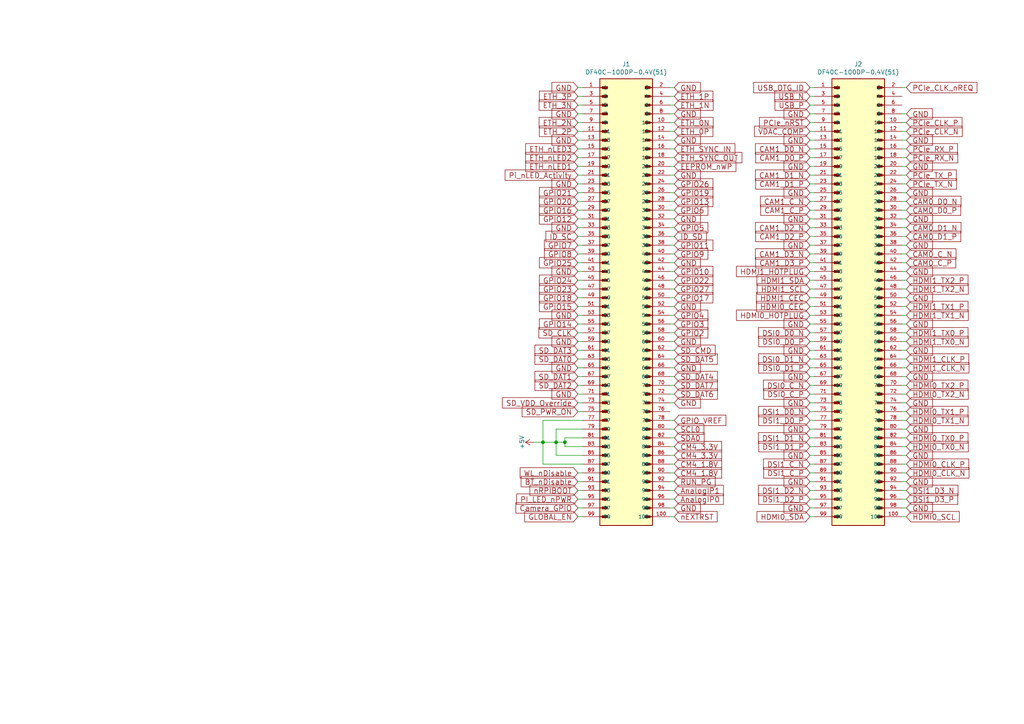
<source format=kicad_sch>
(kicad_sch (version 20230121) (generator eeschema)
  (paper "A4")
  (lib_symbols
    (symbol "DF40C-100DP-0.4V_51_:DF40C-100DP-0.4V(51)" (pin_names (offset 1.016))
      (property "Reference" "J" (at -7.62 64.262 0))
      (property "Value" "DF40C-100DP-0.4V(51)" (at -7.62 -66.802 0))
      (symbol "DF40C-100DP-0.4V(51)_0_0"
        (pin passive line (at -12.7 60.96 0) (length 5.08) (name "1") (number "1"))
        (pin passive line (at 12.7 50.8 180) (length 5.08) (name "10") (number "10"))
        (pin passive line (at 12.7 -63.5 180) (length 5.08) (name "100") (number "100"))
        (pin passive line (at -12.7 48.26 0) (length 5.08) (name "11") (number "11"))
        (pin passive line (at 12.7 48.26 180) (length 5.08) (name "12") (number "12"))
        (pin passive line (at -12.7 45.72 0) (length 5.08) (name "13") (number "13"))
        (pin passive line (at 12.7 45.72 180) (length 5.08) (name "14") (number "14"))
        (pin passive line (at -12.7 43.18 0) (length 5.08) (name "15") (number "15"))
        (pin passive line (at 12.7 43.18 180) (length 5.08) (name "16") (number "16"))
        (pin passive line (at -12.7 40.64 0) (length 5.08) (name "17") (number "17"))
        (pin passive line (at 12.7 40.64 180) (length 5.08) (name "18") (number "18"))
        (pin passive line (at -12.7 38.1 0) (length 5.08) (name "19") (number "19"))
        (pin passive line (at 12.7 60.96 180) (length 5.08) (name "2") (number "2"))
        (pin passive line (at 12.7 38.1 180) (length 5.08) (name "20") (number "20"))
        (pin passive line (at -12.7 35.56 0) (length 5.08) (name "21") (number "21"))
        (pin passive line (at 12.7 35.56 180) (length 5.08) (name "22") (number "22"))
        (pin passive line (at -12.7 33.02 0) (length 5.08) (name "23") (number "23"))
        (pin passive line (at 12.7 33.02 180) (length 5.08) (name "24") (number "24"))
        (pin passive line (at -12.7 30.48 0) (length 5.08) (name "25") (number "25"))
        (pin passive line (at 12.7 30.48 180) (length 5.08) (name "26") (number "26"))
        (pin passive line (at -12.7 27.94 0) (length 5.08) (name "27") (number "27"))
        (pin passive line (at 12.7 27.94 180) (length 5.08) (name "28") (number "28"))
        (pin passive line (at -12.7 25.4 0) (length 5.08) (name "29") (number "29"))
        (pin passive line (at -12.7 58.42 0) (length 5.08) (name "3") (number "3"))
        (pin passive line (at 12.7 25.4 180) (length 5.08) (name "30") (number "30"))
        (pin passive line (at -12.7 22.86 0) (length 5.08) (name "31") (number "31"))
        (pin passive line (at 12.7 22.86 180) (length 5.08) (name "32") (number "32"))
        (pin passive line (at -12.7 20.32 0) (length 5.08) (name "33") (number "33"))
        (pin passive line (at 12.7 20.32 180) (length 5.08) (name "34") (number "34"))
        (pin passive line (at -12.7 17.78 0) (length 5.08) (name "35") (number "35"))
        (pin passive line (at 12.7 17.78 180) (length 5.08) (name "36") (number "36"))
        (pin passive line (at -12.7 15.24 0) (length 5.08) (name "37") (number "37"))
        (pin passive line (at 12.7 15.24 180) (length 5.08) (name "38") (number "38"))
        (pin passive line (at -12.7 12.7 0) (length 5.08) (name "39") (number "39"))
        (pin passive line (at 12.7 58.42 180) (length 5.08) (name "4") (number "4"))
        (pin passive line (at 12.7 12.7 180) (length 5.08) (name "40") (number "40"))
        (pin passive line (at -12.7 10.16 0) (length 5.08) (name "41") (number "41"))
        (pin passive line (at 12.7 10.16 180) (length 5.08) (name "42") (number "42"))
        (pin passive line (at -12.7 7.62 0) (length 5.08) (name "43") (number "43"))
        (pin passive line (at 12.7 7.62 180) (length 5.08) (name "44") (number "44"))
        (pin passive line (at -12.7 5.08 0) (length 5.08) (name "45") (number "45"))
        (pin passive line (at 12.7 5.08 180) (length 5.08) (name "46") (number "46"))
        (pin passive line (at -12.7 2.54 0) (length 5.08) (name "47") (number "47"))
        (pin passive line (at 12.7 2.54 180) (length 5.08) (name "48") (number "48"))
        (pin passive line (at -12.7 0 0) (length 5.08) (name "49") (number "49"))
        (pin passive line (at -12.7 55.88 0) (length 5.08) (name "5") (number "5"))
        (pin passive line (at 12.7 0 180) (length 5.08) (name "50") (number "50"))
        (pin passive line (at -12.7 -2.54 0) (length 5.08) (name "51") (number "51"))
        (pin passive line (at 12.7 -2.54 180) (length 5.08) (name "52") (number "52"))
        (pin passive line (at -12.7 -5.08 0) (length 5.08) (name "53") (number "53"))
        (pin passive line (at 12.7 -5.08 180) (length 5.08) (name "54") (number "54"))
        (pin passive line (at -12.7 -7.62 0) (length 5.08) (name "55") (number "55"))
        (pin passive line (at 12.7 -7.62 180) (length 5.08) (name "56") (number "56"))
        (pin passive line (at -12.7 -10.16 0) (length 5.08) (name "57") (number "57"))
        (pin passive line (at 12.7 -10.16 180) (length 5.08) (name "58") (number "58"))
        (pin passive line (at -12.7 -12.7 0) (length 5.08) (name "59") (number "59"))
        (pin passive line (at 12.7 55.88 180) (length 5.08) (name "6") (number "6"))
        (pin passive line (at 12.7 -12.7 180) (length 5.08) (name "60") (number "60"))
        (pin passive line (at -12.7 -15.24 0) (length 5.08) (name "61") (number "61"))
        (pin passive line (at 12.7 -15.24 180) (length 5.08) (name "62") (number "62"))
        (pin passive line (at -12.7 -17.78 0) (length 5.08) (name "63") (number "63"))
        (pin passive line (at 12.7 -17.78 180) (length 5.08) (name "64") (number "64"))
        (pin passive line (at -12.7 -20.32 0) (length 5.08) (name "65") (number "65"))
        (pin passive line (at 12.7 -20.32 180) (length 5.08) (name "66") (number "66"))
        (pin passive line (at -12.7 -22.86 0) (length 5.08) (name "67") (number "67"))
        (pin passive line (at 12.7 -22.86 180) (length 5.08) (name "68") (number "68"))
        (pin passive line (at -12.7 -25.4 0) (length 5.08) (name "69") (number "69"))
        (pin passive line (at -12.7 53.34 0) (length 5.08) (name "7") (number "7"))
        (pin passive line (at 12.7 -25.4 180) (length 5.08) (name "70") (number "70"))
        (pin passive line (at -12.7 -27.94 0) (length 5.08) (name "71") (number "71"))
        (pin passive line (at 12.7 -27.94 180) (length 5.08) (name "72") (number "72"))
        (pin passive line (at -12.7 -30.48 0) (length 5.08) (name "73") (number "73"))
        (pin passive line (at 12.7 -30.48 180) (length 5.08) (name "74") (number "74"))
        (pin passive line (at -12.7 -33.02 0) (length 5.08) (name "75") (number "75"))
        (pin passive line (at 12.7 -33.02 180) (length 5.08) (name "76") (number "76"))
        (pin passive line (at -12.7 -35.56 0) (length 5.08) (name "77") (number "77"))
        (pin passive line (at 12.7 -35.56 180) (length 5.08) (name "78") (number "78"))
        (pin passive line (at -12.7 -38.1 0) (length 5.08) (name "79") (number "79"))
        (pin passive line (at 12.7 53.34 180) (length 5.08) (name "8") (number "8"))
        (pin passive line (at 12.7 -38.1 180) (length 5.08) (name "80") (number "80"))
        (pin passive line (at -12.7 -40.64 0) (length 5.08) (name "81") (number "81"))
        (pin passive line (at 12.7 -40.64 180) (length 5.08) (name "82") (number "82"))
        (pin passive line (at -12.7 -43.18 0) (length 5.08) (name "83") (number "83"))
        (pin passive line (at 12.7 -43.18 180) (length 5.08) (name "84") (number "84"))
        (pin passive line (at -12.7 -45.72 0) (length 5.08) (name "85") (number "85"))
        (pin passive line (at 12.7 -45.72 180) (length 5.08) (name "86") (number "86"))
        (pin passive line (at -12.7 -48.26 0) (length 5.08) (name "87") (number "87"))
        (pin passive line (at 12.7 -48.26 180) (length 5.08) (name "88") (number "88"))
        (pin passive line (at -12.7 -50.8 0) (length 5.08) (name "89") (number "89"))
        (pin passive line (at -12.7 50.8 0) (length 5.08) (name "9") (number "9"))
        (pin passive line (at 12.7 -50.8 180) (length 5.08) (name "90") (number "90"))
        (pin passive line (at -12.7 -53.34 0) (length 5.08) (name "91") (number "91"))
        (pin passive line (at 12.7 -53.34 180) (length 5.08) (name "92") (number "92"))
        (pin passive line (at -12.7 -55.88 0) (length 5.08) (name "93") (number "93"))
        (pin passive line (at 12.7 -55.88 180) (length 5.08) (name "94") (number "94"))
        (pin passive line (at -12.7 -58.42 0) (length 5.08) (name "95") (number "95"))
        (pin passive line (at 12.7 -58.42 180) (length 5.08) (name "96") (number "96"))
        (pin passive line (at -12.7 -60.96 0) (length 5.08) (name "97") (number "97"))
        (pin passive line (at 12.7 -60.96 180) (length 5.08) (name "98") (number "98"))
        (pin passive line (at -12.7 -63.5 0) (length 5.08) (name "99") (number "99"))
      )
    )
    (symbol "power:+5V" (power) (pin_names (offset 0))
      (property "Value" "+5V" (at 0 3.556 0))
      (symbol "+5V_1_1"
        (pin power_in line (at 0 0 90) (length 0) hide (name "+5V") (number "1"))
      )
    )
  )
  (junction (at 161.29 128.27))
  (junction (at 157.48 128.27))
  (junction (at 163.83 128.27))
  (wire (pts (xy 236.22 88.9) (xy 234.95 88.9)))
  (wire (pts (xy 167.64 63.5) (xy 168.91 63.5)))
  (wire (pts (xy 262.89 48.26) (xy 261.62 48.26)))
  (wire (pts (xy 168.91 48.26) (xy 167.64 48.26)))
  (wire (pts (xy 236.22 68.58) (xy 234.95 68.58)))
  (wire (pts (xy 168.91 96.52) (xy 167.64 96.52)))
  (wire (pts (xy 161.29 124.46) (xy 161.29 128.27)))
  (wire (pts (xy 261.62 124.46) (xy 262.89 124.46)))
  (wire (pts (xy 161.29 128.27) (xy 157.48 128.27)))
  (wire (pts (xy 195.58 127) (xy 194.31 127)))
  (wire (pts (xy 234.95 144.78) (xy 236.22 144.78)))
  (wire (pts (xy 261.62 91.44) (xy 262.89 91.44)))
  (wire (pts (xy 261.62 73.66) (xy 262.89 73.66)))
  (wire (pts (xy 262.89 63.5) (xy 261.62 63.5)))
  (wire (pts (xy 167.64 114.3) (xy 168.91 114.3)))
  (wire (pts (xy 168.91 71.12) (xy 167.64 71.12)))
  (wire (pts (xy 194.31 147.32) (xy 195.58 147.32)))
  (wire (pts (xy 236.22 147.32) (xy 234.95 147.32)))
  (wire (pts (xy 261.62 25.4) (xy 262.89 25.4)))
  (wire (pts (xy 234.95 132.08) (xy 236.22 132.08)))
  (wire (pts (xy 167.64 30.48) (xy 168.91 30.48)))
  (wire (pts (xy 262.89 109.22) (xy 261.62 109.22)))
  (wire (pts (xy 195.58 40.64) (xy 194.31 40.64)))
  (wire (pts (xy 194.31 109.22) (xy 195.58 109.22)))
  (wire (pts (xy 168.91 33.02) (xy 167.64 33.02)))
  (wire (pts (xy 168.91 116.84) (xy 167.64 116.84)))
  (wire (pts (xy 168.91 66.04) (xy 167.64 66.04)))
  (wire (pts (xy 262.89 147.32) (xy 261.62 147.32)))
  (wire (pts (xy 194.31 132.08) (xy 195.58 132.08)))
  (wire (pts (xy 194.31 104.14) (xy 195.58 104.14)))
  (wire (pts (xy 234.95 91.44) (xy 236.22 91.44)))
  (wire (pts (xy 168.91 91.44) (xy 167.64 91.44)))
  (wire (pts (xy 261.62 149.86) (xy 262.89 149.86)))
  (wire (pts (xy 261.62 45.72) (xy 262.89 45.72)))
  (wire (pts (xy 167.64 68.58) (xy 168.91 68.58)))
  (wire (pts (xy 236.22 101.6) (xy 234.95 101.6)))
  (wire (pts (xy 167.64 147.32) (xy 168.91 147.32)))
  (wire (pts (xy 262.89 76.2) (xy 261.62 76.2)))
  (wire (pts (xy 236.22 93.98) (xy 234.95 93.98)))
  (wire (pts (xy 194.31 114.3) (xy 195.58 114.3)))
  (wire (pts (xy 234.95 76.2) (xy 236.22 76.2)))
  (wire (pts (xy 194.31 73.66) (xy 195.58 73.66)))
  (wire (pts (xy 194.31 27.94) (xy 195.58 27.94)))
  (wire (pts (xy 236.22 58.42) (xy 234.95 58.42)))
  (wire (pts (xy 234.95 109.22) (xy 236.22 109.22)))
  (wire (pts (xy 234.95 50.8) (xy 236.22 50.8)))
  (wire (pts (xy 261.62 111.76) (xy 262.89 111.76)))
  (wire (pts (xy 163.83 129.54) (xy 163.83 128.27)))
  (wire (pts (xy 262.89 121.92) (xy 261.62 121.92)))
  (wire (pts (xy 195.58 121.92) (xy 194.31 121.92)))
  (wire (pts (xy 157.48 121.92) (xy 157.48 128.27)))
  (wire (pts (xy 194.31 124.46) (xy 195.58 124.46)))
  (wire (pts (xy 167.64 119.38) (xy 168.91 119.38)))
  (wire (pts (xy 262.89 58.42) (xy 261.62 58.42)))
  (wire (pts (xy 168.91 124.46) (xy 161.29 124.46)))
  (wire (pts (xy 236.22 30.48) (xy 234.95 30.48)))
  (wire (pts (xy 234.95 25.4) (xy 236.22 25.4)))
  (wire (pts (xy 194.31 33.02) (xy 195.58 33.02)))
  (wire (pts (xy 234.95 45.72) (xy 236.22 45.72)))
  (wire (pts (xy 261.62 43.18) (xy 262.89 43.18)))
  (wire (pts (xy 167.64 106.68) (xy 168.91 106.68)))
  (wire (pts (xy 261.62 68.58) (xy 262.89 68.58)))
  (wire (pts (xy 195.58 25.4) (xy 194.31 25.4)))
  (wire (pts (xy 234.95 149.86) (xy 236.22 149.86)))
  (wire (pts (xy 168.91 101.6) (xy 167.64 101.6)))
  (wire (pts (xy 261.62 137.16) (xy 262.89 137.16)))
  (wire (pts (xy 236.22 48.26) (xy 234.95 48.26)))
  (wire (pts (xy 195.58 50.8) (xy 194.31 50.8)))
  (wire (pts (xy 157.48 128.27) (xy 157.48 134.62)))
  (wire (pts (xy 167.64 149.86) (xy 168.91 149.86)))
  (wire (pts (xy 195.58 116.84) (xy 194.31 116.84)))
  (wire (pts (xy 194.31 58.42) (xy 195.58 58.42)))
  (wire (pts (xy 262.89 104.14) (xy 261.62 104.14)))
  (wire (pts (xy 236.22 43.18) (xy 234.95 43.18)))
  (wire (pts (xy 234.95 96.52) (xy 236.22 96.52)))
  (wire (pts (xy 262.89 134.62) (xy 261.62 134.62)))
  (wire (pts (xy 168.91 109.22) (xy 167.64 109.22)))
  (wire (pts (xy 168.91 137.16) (xy 167.64 137.16)))
  (wire (pts (xy 195.58 76.2) (xy 194.31 76.2)))
  (wire (pts (xy 262.89 71.12) (xy 261.62 71.12)))
  (wire (pts (xy 194.31 96.52) (xy 195.58 96.52)))
  (wire (pts (xy 261.62 50.8) (xy 262.89 50.8)))
  (wire (pts (xy 262.89 55.88) (xy 261.62 55.88)))
  (wire (pts (xy 194.31 48.26) (xy 195.58 48.26)))
  (wire (pts (xy 234.95 71.12) (xy 236.22 71.12)))
  (wire (pts (xy 195.58 111.76) (xy 194.31 111.76)))
  (wire (pts (xy 236.22 33.02) (xy 234.95 33.02)))
  (wire (pts (xy 262.89 129.54) (xy 261.62 129.54)))
  (wire (pts (xy 168.91 144.78) (xy 167.64 144.78)))
  (wire (pts (xy 261.62 38.1) (xy 262.89 38.1)))
  (wire (pts (xy 234.95 127) (xy 236.22 127)))
  (wire (pts (xy 236.22 78.74) (xy 234.95 78.74)))
  (wire (pts (xy 236.22 134.62) (xy 234.95 134.62)))
  (wire (pts (xy 261.62 78.74) (xy 262.89 78.74)))
  (wire (pts (xy 195.58 30.48) (xy 194.31 30.48)))
  (wire (pts (xy 261.62 101.6) (xy 262.89 101.6)))
  (wire (pts (xy 262.89 33.02) (xy 261.62 33.02)))
  (wire (pts (xy 234.95 99.06) (xy 236.22 99.06)))
  (wire (pts (xy 168.91 121.92) (xy 157.48 121.92)))
  (wire (pts (xy 234.95 86.36) (xy 236.22 86.36)))
  (wire (pts (xy 195.58 99.06) (xy 194.31 99.06)))
  (wire (pts (xy 234.95 27.94) (xy 236.22 27.94)))
  (wire (pts (xy 195.58 137.16) (xy 194.31 137.16)))
  (wire (pts (xy 195.58 35.56) (xy 194.31 35.56)))
  (wire (pts (xy 167.64 58.42) (xy 168.91 58.42)))
  (wire (pts (xy 234.95 104.14) (xy 236.22 104.14)))
  (wire (pts (xy 194.31 91.44) (xy 195.58 91.44)))
  (wire (pts (xy 194.31 142.24) (xy 195.58 142.24)))
  (wire (pts (xy 236.22 63.5) (xy 234.95 63.5)))
  (wire (pts (xy 261.62 53.34) (xy 262.89 53.34)))
  (wire (pts (xy 195.58 83.82) (xy 194.31 83.82)))
  (wire (pts (xy 195.58 45.72) (xy 194.31 45.72)))
  (wire (pts (xy 163.83 128.27) (xy 161.29 128.27)))
  (wire (pts (xy 261.62 60.96) (xy 262.89 60.96)))
  (wire (pts (xy 167.64 38.1) (xy 168.91 38.1)))
  (wire (pts (xy 163.83 127) (xy 168.91 127)))
  (wire (pts (xy 167.64 25.4) (xy 168.91 25.4)))
  (wire (pts (xy 236.22 38.1) (xy 234.95 38.1)))
  (wire (pts (xy 262.89 142.24) (xy 261.62 142.24)))
  (wire (pts (xy 194.31 63.5) (xy 195.58 63.5)))
  (wire (pts (xy 195.58 106.68) (xy 194.31 106.68)))
  (wire (pts (xy 194.31 139.7) (xy 195.58 139.7)))
  (wire (pts (xy 261.62 96.52) (xy 262.89 96.52)))
  (wire (pts (xy 168.91 132.08) (xy 161.29 132.08)))
  (wire (pts (xy 167.64 104.14) (xy 168.91 104.14)))
  (wire (pts (xy 167.64 40.64) (xy 168.91 40.64)))
  (wire (pts (xy 194.31 38.1) (xy 195.58 38.1)))
  (wire (pts (xy 261.62 127) (xy 262.89 127)))
  (wire (pts (xy 194.31 68.58) (xy 195.58 68.58)))
  (wire (pts (xy 168.91 86.36) (xy 167.64 86.36)))
  (wire (pts (xy 195.58 60.96) (xy 194.31 60.96)))
  (wire (pts (xy 261.62 132.08) (xy 262.89 132.08)))
  (wire (pts (xy 168.91 76.2) (xy 167.64 76.2)))
  (wire (pts (xy 236.22 129.54) (xy 234.95 129.54)))
  (wire (pts (xy 261.62 139.7) (xy 262.89 139.7)))
  (wire (pts (xy 167.64 45.72) (xy 168.91 45.72)))
  (wire (pts (xy 168.91 60.96) (xy 167.64 60.96)))
  (wire (pts (xy 194.31 53.34) (xy 195.58 53.34)))
  (wire (pts (xy 168.91 55.88) (xy 167.64 55.88)))
  (wire (pts (xy 194.31 43.18) (xy 195.58 43.18)))
  (wire (pts (xy 167.64 88.9) (xy 168.91 88.9)))
  (wire (pts (xy 262.89 93.98) (xy 261.62 93.98)))
  (wire (pts (xy 236.22 139.7) (xy 234.95 139.7)))
  (wire (pts (xy 262.89 40.64) (xy 261.62 40.64)))
  (wire (pts (xy 261.62 114.3) (xy 262.89 114.3)))
  (wire (pts (xy 195.58 55.88) (xy 194.31 55.88)))
  (wire (pts (xy 167.64 53.34) (xy 168.91 53.34)))
  (wire (pts (xy 262.89 116.84) (xy 261.62 116.84)))
  (wire (pts (xy 157.48 134.62) (xy 168.91 134.62)))
  (wire (pts (xy 236.22 116.84) (xy 234.95 116.84)))
  (wire (pts (xy 194.31 134.62) (xy 195.58 134.62)))
  (wire (pts (xy 234.95 142.24) (xy 236.22 142.24)))
  (wire (pts (xy 194.31 101.6) (xy 195.58 101.6)))
  (wire (pts (xy 234.95 60.96) (xy 236.22 60.96)))
  (wire (pts (xy 195.58 93.98) (xy 194.31 93.98)))
  (wire (pts (xy 261.62 35.56) (xy 262.89 35.56)))
  (wire (pts (xy 261.62 88.9) (xy 262.89 88.9)))
  (wire (pts (xy 167.64 78.74) (xy 168.91 78.74)))
  (wire (pts (xy 236.22 106.68) (xy 234.95 106.68)))
  (wire (pts (xy 234.95 124.46) (xy 236.22 124.46)))
  (wire (pts (xy 195.58 144.78) (xy 194.31 144.78)))
  (wire (pts (xy 167.64 83.82) (xy 168.91 83.82)))
  (wire (pts (xy 167.64 93.98) (xy 168.91 93.98)))
  (wire (pts (xy 168.91 43.18) (xy 167.64 43.18)))
  (wire (pts (xy 236.22 121.92) (xy 234.95 121.92)))
  (wire (pts (xy 262.89 99.06) (xy 261.62 99.06)))
  (wire (pts (xy 157.48 128.27) (xy 154.94 128.27)))
  (wire (pts (xy 262.89 81.28) (xy 261.62 81.28)))
  (wire (pts (xy 161.29 132.08) (xy 161.29 128.27)))
  (wire (pts (xy 194.31 129.54) (xy 195.58 129.54)))
  (wire (pts (xy 194.31 149.86) (xy 195.58 149.86)))
  (wire (pts (xy 194.31 86.36) (xy 195.58 86.36)))
  (wire (pts (xy 234.95 40.64) (xy 236.22 40.64)))
  (wire (pts (xy 195.58 88.9) (xy 194.31 88.9)))
  (wire (pts (xy 261.62 144.78) (xy 262.89 144.78)))
  (wire (pts (xy 234.95 66.04) (xy 236.22 66.04)))
  (wire (pts (xy 168.91 129.54) (xy 163.83 129.54)))
  (wire (pts (xy 262.89 86.36) (xy 261.62 86.36)))
  (wire (pts (xy 167.64 99.06) (xy 168.91 99.06)))
  (wire (pts (xy 236.22 111.76) (xy 234.95 111.76)))
  (wire (pts (xy 167.64 139.7) (xy 168.91 139.7)))
  (wire (pts (xy 234.95 55.88) (xy 236.22 55.88)))
  (wire (pts (xy 261.62 119.38) (xy 262.89 119.38)))
  (wire (pts (xy 234.95 35.56) (xy 236.22 35.56)))
  (wire (pts (xy 168.91 50.8) (xy 167.64 50.8)))
  (wire (pts (xy 168.91 142.24) (xy 167.64 142.24)))
  (wire (pts (xy 194.31 81.28) (xy 195.58 81.28)))
  (wire (pts (xy 168.91 111.76) (xy 167.64 111.76)))
  (wire (pts (xy 167.64 73.66) (xy 168.91 73.66)))
  (wire (pts (xy 236.22 53.34) (xy 234.95 53.34)))
  (wire (pts (xy 236.22 73.66) (xy 234.95 73.66)))
  (wire (pts (xy 261.62 66.04) (xy 262.89 66.04)))
  (wire (pts (xy 261.62 83.82) (xy 262.89 83.82)))
  (wire (pts (xy 195.58 66.04) (xy 194.31 66.04)))
  (wire (pts (xy 167.64 35.56) (xy 168.91 35.56)))
  (wire (pts (xy 234.95 137.16) (xy 236.22 137.16)))
  (wire (pts (xy 234.95 119.38) (xy 236.22 119.38)))
  (wire (pts (xy 234.95 81.28) (xy 236.22 81.28)))
  (wire (pts (xy 167.64 27.94) (xy 168.91 27.94)))
  (wire (pts (xy 194.31 78.74) (xy 195.58 78.74)))
  (wire (pts (xy 195.58 71.12) (xy 194.31 71.12)))
  (wire (pts (xy 168.91 81.28) (xy 167.64 81.28)))
  (wire (pts (xy 261.62 106.68) (xy 262.89 106.68)))
  (wire (pts (xy 236.22 83.82) (xy 234.95 83.82)))
  (wire (pts (xy 163.83 127) (xy 163.83 128.27)))
  (wire (pts (xy 234.95 114.3) (xy 236.22 114.3)))
  (global_label "USB_P" (shape input) (at 234.95 30.48 180) (effects (font (size 1.524 1.524))) (property "Intersheetrefs" "${INTERSHEET_REFS}" (effects hide)))
  (global_label "GPIO10" (shape input) (at 195.58 78.74 0) (effects (font (size 1.524 1.524))) (property "Intersheetrefs" "${INTERSHEET_REFS}" (effects hide)))
  (global_label "GPIO27" (shape input) (at 195.58 83.82 0) (effects (font (size 1.524 1.524))) (property "Intersheetrefs" "${INTERSHEET_REFS}" (effects hide)))
  (global_label "HDMI0_CLK_P" (shape input) (at 262.89 134.62 0) (effects (font (size 1.524 1.524))) (property "Intersheetrefs" "${INTERSHEET_REFS}" (effects hide)))
  (global_label "CAM0_D0_P" (shape input) (at 262.89 60.96 0) (effects (font (size 1.524 1.524))) (property "Intersheetrefs" "${INTERSHEET_REFS}" (effects hide)))
  (global_label "CAM1_C_N" (shape input) (at 234.95 58.42 180) (effects (font (size 1.524 1.524))) (property "Intersheetrefs" "${INTERSHEET_REFS}" (effects hide)))
  (global_label "GND" (shape input) (at 167.64 40.64 180) (effects (font (size 1.524 1.524))) (property "Intersheetrefs" "${INTERSHEET_REFS}" (effects hide)))
  (global_label "GPIO19" (shape input) (at 195.58 55.88 0) (effects (font (size 1.524 1.524))) (property "Intersheetrefs" "${INTERSHEET_REFS}" (effects hide)))
  (global_label "GND" (shape input) (at 195.58 33.02 0) (effects (font (size 1.524 1.524))) (property "Intersheetrefs" "${INTERSHEET_REFS}" (effects hide)))
  (global_label "DSI1_D3_P" (shape input) (at 262.89 144.78 0) (effects (font (size 1.524 1.524))) (property "Intersheetrefs" "${INTERSHEET_REFS}" (effects hide)))
  (global_label "HDMI1_TX1_N" (shape input) (at 262.89 91.44 0) (effects (font (size 1.524 1.524))) (property "Intersheetrefs" "${INTERSHEET_REFS}" (effects hide)))
  (global_label "GPIO22" (shape input) (at 195.58 81.28 0) (effects (font (size 1.524 1.524))) (property "Intersheetrefs" "${INTERSHEET_REFS}" (effects hide)))
  (global_label "DSI1_D2_P" (shape input) (at 234.95 144.78 180) (effects (font (size 1.524 1.524))) (property "Intersheetrefs" "${INTERSHEET_REFS}" (effects hide)))
  (global_label "PCIe_CLK_P" (shape input) (at 262.89 35.56 0) (effects (font (size 1.524 1.524))) (property "Intersheetrefs" "${INTERSHEET_REFS}" (effects hide)))
  (global_label "VDAC_COMP" (shape input) (at 234.95 38.1 180) (effects (font (size 1.524 1.524))) (property "Intersheetrefs" "${INTERSHEET_REFS}" (effects hide)))
  (global_label "GPIO12" (shape input) (at 167.64 63.5 180) (effects (font (size 1.524 1.524))) (property "Intersheetrefs" "${INTERSHEET_REFS}" (effects hide)))
  (global_label "GND" (shape input) (at 234.95 147.32 180) (effects (font (size 1.524 1.524))) (property "Intersheetrefs" "${INTERSHEET_REFS}" (effects hide)))
  (global_label "HDMI0_SDA" (shape input) (at 234.95 149.86 180) (effects (font (size 1.524 1.524))) (property "Intersheetrefs" "${INTERSHEET_REFS}" (effects hide)))
  (global_label "GND" (shape input) (at 167.64 106.68 180) (effects (font (size 1.524 1.524))) (property "Intersheetrefs" "${INTERSHEET_REFS}" (effects hide)))
  (global_label "EEPROM_nWP" (shape input) (at 195.58 48.26 0) (effects (font (size 1.524 1.524))) (property "Intersheetrefs" "${INTERSHEET_REFS}" (effects hide)))
  (global_label "AnalogIP1" (shape input) (at 195.58 142.24 0) (effects (font (size 1.524 1.524))) (property "Intersheetrefs" "${INTERSHEET_REFS}" (effects hide)))
  (global_label "GND" (shape input) (at 234.95 40.64 180) (effects (font (size 1.524 1.524))) (property "Intersheetrefs" "${INTERSHEET_REFS}" (effects hide)))
  (global_label "GPIO5" (shape input) (at 195.58 66.04 0) (effects (font (size 1.524 1.524))) (property "Intersheetrefs" "${INTERSHEET_REFS}" (effects hide)))
  (global_label "HDMI0_TX1_N" (shape input) (at 262.89 121.92 0) (effects (font (size 1.524 1.524))) (property "Intersheetrefs" "${INTERSHEET_REFS}" (effects hide)))
  (global_label "GPIO14" (shape input) (at 167.64 93.98 180) (effects (font (size 1.524 1.524))) (property "Intersheetrefs" "${INTERSHEET_REFS}" (effects hide)))
  (global_label "CAM1_D0_P" (shape input) (at 234.95 45.72 180) (effects (font (size 1.524 1.524))) (property "Intersheetrefs" "${INTERSHEET_REFS}" (effects hide)))
  (global_label "HDMI1_SDA" (shape input) (at 234.95 81.28 180) (effects (font (size 1.524 1.524))) (property "Intersheetrefs" "${INTERSHEET_REFS}" (effects hide)))
  (global_label "ETH_2N" (shape input) (at 167.64 35.56 180) (effects (font (size 1.524 1.524))) (property "Intersheetrefs" "${INTERSHEET_REFS}" (effects hide)))
  (global_label "HDMI0_TX2_P" (shape input) (at 262.89 111.76 0) (effects (font (size 1.524 1.524))) (property "Intersheetrefs" "${INTERSHEET_REFS}" (effects hide)))
  (global_label "GND" (shape input) (at 262.89 116.84 0) (effects (font (size 1.524 1.524))) (property "Intersheetrefs" "${INTERSHEET_REFS}" (effects hide)))
  (global_label "HDMI0_TX0_N" (shape input) (at 262.89 129.54 0) (effects (font (size 1.524 1.524))) (property "Intersheetrefs" "${INTERSHEET_REFS}" (effects hide)))
  (global_label "GND" (shape input) (at 195.58 88.9 0) (effects (font (size 1.524 1.524))) (property "Intersheetrefs" "${INTERSHEET_REFS}" (effects hide)))
  (global_label "GPIO25" (shape input) (at 167.64 76.2 180) (effects (font (size 1.524 1.524))) (property "Intersheetrefs" "${INTERSHEET_REFS}" (effects hide)))
  (global_label "GND" (shape input) (at 195.58 40.64 0) (effects (font (size 1.524 1.524))) (property "Intersheetrefs" "${INTERSHEET_REFS}" (effects hide)))
  (global_label "AnalogIP0" (shape input) (at 195.58 144.78 0) (effects (font (size 1.524 1.524))) (property "Intersheetrefs" "${INTERSHEET_REFS}" (effects hide)))
  (global_label "GND" (shape input) (at 195.58 106.68 0) (effects (font (size 1.524 1.524))) (property "Intersheetrefs" "${INTERSHEET_REFS}" (effects hide)))
  (global_label "SD_DAT4" (shape input) (at 195.58 109.22 0) (effects (font (size 1.524 1.524))) (property "Intersheetrefs" "${INTERSHEET_REFS}" (effects hide)))
  (global_label "DSI1_D3_N" (shape input) (at 262.89 142.24 0) (effects (font (size 1.524 1.524))) (property "Intersheetrefs" "${INTERSHEET_REFS}" (effects hide)))
  (global_label "ETH_nLED1" (shape input) (at 167.64 48.26 180) (effects (font (size 1.524 1.524))) (property "Intersheetrefs" "${INTERSHEET_REFS}" (effects hide)))
  (global_label "CM4_3.3V" (shape input) (at 195.58 132.08 0) (effects (font (size 1.524 1.524))) (property "Intersheetrefs" "${INTERSHEET_REFS}" (effects hide)))
  (global_label "SDA0" (shape input) (at 195.58 127 0) (effects (font (size 1.524 1.524))) (property "Intersheetrefs" "${INTERSHEET_REFS}" (effects hide)))
  (global_label "ETH_nLED3" (shape input) (at 167.64 43.18 180) (effects (font (size 1.524 1.524))) (property "Intersheetrefs" "${INTERSHEET_REFS}" (effects hide)))
  (global_label "ETH_nLED2" (shape input) (at 167.64 45.72 180) (effects (font (size 1.524 1.524))) (property "Intersheetrefs" "${INTERSHEET_REFS}" (effects hide)))
  (global_label "USB_N" (shape input) (at 234.95 27.94 180) (effects (font (size 1.524 1.524))) (property "Intersheetrefs" "${INTERSHEET_REFS}" (effects hide)))
  (global_label "DSI1_D0_P" (shape input) (at 234.95 121.92 180) (effects (font (size 1.524 1.524))) (property "Intersheetrefs" "${INTERSHEET_REFS}" (effects hide)))
  (global_label "SD_VDD_Override" (shape input) (at 167.64 116.84 180) (effects (font (size 1.524 1.524))) (property "Intersheetrefs" "${INTERSHEET_REFS}" (effects hide)))
  (global_label "SD_DAT5" (shape input) (at 195.58 104.14 0) (effects (font (size 1.524 1.524))) (property "Intersheetrefs" "${INTERSHEET_REFS}" (effects hide)))
  (global_label "CAM1_D1_P" (shape input) (at 234.95 53.34 180) (effects (font (size 1.524 1.524))) (property "Intersheetrefs" "${INTERSHEET_REFS}" (effects hide)))
  (global_label "SD_CLK" (shape input) (at 167.64 96.52 180) (effects (font (size 1.524 1.524))) (property "Intersheetrefs" "${INTERSHEET_REFS}" (effects hide)))
  (global_label "ID_SD" (shape input) (at 195.58 68.58 0) (effects (font (size 1.524 1.524))) (property "Intersheetrefs" "${INTERSHEET_REFS}" (effects hide)))
  (global_label "SD_DAT1" (shape input) (at 167.64 109.22 180) (effects (font (size 1.524 1.524))) (property "Intersheetrefs" "${INTERSHEET_REFS}" (effects hide)))
  (global_label "GND" (shape input) (at 167.64 114.3 180) (effects (font (size 1.524 1.524))) (property "Intersheetrefs" "${INTERSHEET_REFS}" (effects hide)))
  (global_label "GND" (shape input) (at 234.95 132.08 180) (effects (font (size 1.524 1.524))) (property "Intersheetrefs" "${INTERSHEET_REFS}" (effects hide)))
  (global_label "GPIO21" (shape input) (at 167.64 55.88 180) (effects (font (size 1.524 1.524))) (property "Intersheetrefs" "${INTERSHEET_REFS}" (effects hide)))
  (global_label "GND" (shape input) (at 262.89 132.08 0) (effects (font (size 1.524 1.524))) (property "Intersheetrefs" "${INTERSHEET_REFS}" (effects hide)))
  (global_label "GPIO24" (shape input) (at 167.64 81.28 180) (effects (font (size 1.524 1.524))) (property "Intersheetrefs" "${INTERSHEET_REFS}" (effects hide)))
  (global_label "CAM1_D0_N" (shape input) (at 234.95 43.18 180) (effects (font (size 1.524 1.524))) (property "Intersheetrefs" "${INTERSHEET_REFS}" (effects hide)))
  (global_label "CAM1_C_P" (shape input) (at 234.95 60.96 180) (effects (font (size 1.524 1.524))) (property "Intersheetrefs" "${INTERSHEET_REFS}" (effects hide)))
  (global_label "GND" (shape input) (at 234.95 93.98 180) (effects (font (size 1.524 1.524))) (property "Intersheetrefs" "${INTERSHEET_REFS}" (effects hide)))
  (global_label "GPIO_VREF" (shape input) (at 195.58 121.92 0) (effects (font (size 1.524 1.524))) (property "Intersheetrefs" "${INTERSHEET_REFS}" (effects hide)))
  (global_label "GND" (shape input) (at 262.89 40.64 0) (effects (font (size 1.524 1.524))) (property "Intersheetrefs" "${INTERSHEET_REFS}" (effects hide)))
  (global_label "GND" (shape input) (at 262.89 86.36 0) (effects (font (size 1.524 1.524))) (property "Intersheetrefs" "${INTERSHEET_REFS}" (effects hide)))
  (global_label "HDMI0_TX0_P" (shape input) (at 262.89 127 0) (effects (font (size 1.524 1.524))) (property "Intersheetrefs" "${INTERSHEET_REFS}" (effects hide)))
  (global_label "PCIe_TX_N" (shape input) (at 262.89 53.34 0) (effects (font (size 1.524 1.524))) (property "Intersheetrefs" "${INTERSHEET_REFS}" (effects hide)))
  (global_label "GPIO3" (shape input) (at 195.58 93.98 0) (effects (font (size 1.524 1.524))) (property "Intersheetrefs" "${INTERSHEET_REFS}" (effects hide)))
  (global_label "CAM0_D1_N" (shape input) (at 262.89 66.04 0) (effects (font (size 1.524 1.524))) (property "Intersheetrefs" "${INTERSHEET_REFS}" (effects hide)))
  (global_label "GND" (shape input) (at 262.89 71.12 0) (effects (font (size 1.524 1.524))) (property "Intersheetrefs" "${INTERSHEET_REFS}" (effects hide)))
  (global_label "GND" (shape input) (at 234.95 33.02 180) (effects (font (size 1.524 1.524))) (property "Intersheetrefs" "${INTERSHEET_REFS}" (effects hide)))
  (global_label "HDMI1_CLK_N" (shape input) (at 262.89 106.68 0) (effects (font (size 1.524 1.524))) (property "Intersheetrefs" "${INTERSHEET_REFS}" (effects hide)))
  (global_label "GND" (shape input) (at 167.64 25.4 180) (effects (font (size 1.524 1.524))) (property "Intersheetrefs" "${INTERSHEET_REFS}" (effects hide)))
  (global_label "SD_DAT6" (shape input) (at 195.58 114.3 0) (effects (font (size 1.524 1.524))) (property "Intersheetrefs" "${INTERSHEET_REFS}" (effects hide)))
  (global_label "HDMI0_CLK_N" (shape input) (at 262.89 137.16 0) (effects (font (size 1.524 1.524))) (property "Intersheetrefs" "${INTERSHEET_REFS}" (effects hide)))
  (global_label "GND" (shape input) (at 167.64 91.44 180) (effects (font (size 1.524 1.524))) (property "Intersheetrefs" "${INTERSHEET_REFS}" (effects hide)))
  (global_label "GND" (shape input) (at 195.58 63.5 0) (effects (font (size 1.524 1.524))) (property "Intersheetrefs" "${INTERSHEET_REFS}" (effects hide)))
  (global_label "SD_DAT0" (shape input) (at 167.64 104.14 180) (effects (font (size 1.524 1.524))) (property "Intersheetrefs" "${INTERSHEET_REFS}" (effects hide)))
  (global_label "ETH_0N" (shape input) (at 195.58 35.56 0) (effects (font (size 1.524 1.524))) (property "Intersheetrefs" "${INTERSHEET_REFS}" (effects hide)))
  (global_label "GND" (shape input) (at 262.89 147.32 0) (effects (font (size 1.524 1.524))) (property "Intersheetrefs" "${INTERSHEET_REFS}" (effects hide)))
  (global_label "GND" (shape input) (at 234.95 124.46 180) (effects (font (size 1.524 1.524))) (property "Intersheetrefs" "${INTERSHEET_REFS}" (effects hide)))
  (global_label "GND" (shape input) (at 262.89 55.88 0) (effects (font (size 1.524 1.524))) (property "Intersheetrefs" "${INTERSHEET_REFS}" (effects hide)))
  (global_label "GPIO20" (shape input) (at 167.64 58.42 180) (effects (font (size 1.524 1.524))) (property "Intersheetrefs" "${INTERSHEET_REFS}" (effects hide)))
  (global_label "ETH_3N" (shape input) (at 167.64 30.48 180) (effects (font (size 1.524 1.524))) (property "Intersheetrefs" "${INTERSHEET_REFS}" (effects hide)))
  (global_label "GND" (shape input) (at 262.89 101.6 0) (effects (font (size 1.524 1.524))) (property "Intersheetrefs" "${INTERSHEET_REFS}" (effects hide)))
  (global_label "GPIO26" (shape input) (at 195.58 53.34 0) (effects (font (size 1.524 1.524))) (property "Intersheetrefs" "${INTERSHEET_REFS}" (effects hide)))
  (global_label "nRPIBOOT" (shape input) (at 167.64 142.24 180) (effects (font (size 1.524 1.524))) (property "Intersheetrefs" "${INTERSHEET_REFS}" (effects hide)))
  (global_label "GND" (shape input) (at 167.64 53.34 180) (effects (font (size 1.524 1.524))) (property "Intersheetrefs" "${INTERSHEET_REFS}" (effects hide)))
  (global_label "GND" (shape input) (at 167.64 66.04 180) (effects (font (size 1.524 1.524))) (property "Intersheetrefs" "${INTERSHEET_REFS}" (effects hide)))
  (global_label "BT_nDisable" (shape input) (at 167.64 139.7 180) (effects (font (size 1.524 1.524))) (property "Intersheetrefs" "${INTERSHEET_REFS}" (effects hide)))
  (global_label "DSI0_D1_P" (shape input) (at 234.95 106.68 180) (effects (font (size 1.524 1.524))) (property "Intersheetrefs" "${INTERSHEET_REFS}" (effects hide)))
  (global_label "ID_SC" (shape input) (at 167.64 68.58 180) (effects (font (size 1.524 1.524))) (property "Intersheetrefs" "${INTERSHEET_REFS}" (effects hide)))
  (global_label "ETH_1P" (shape input) (at 195.58 27.94 0) (effects (font (size 1.524 1.524))) (property "Intersheetrefs" "${INTERSHEET_REFS}" (effects hide)))
  (global_label "GND" (shape input) (at 195.58 147.32 0) (effects (font (size 1.524 1.524))) (property "Intersheetrefs" "${INTERSHEET_REFS}" (effects hide)))
  (global_label "PI_LED_nPWR" (shape input) (at 167.64 144.78 180) (effects (font (size 1.524 1.524))) (property "Intersheetrefs" "${INTERSHEET_REFS}" (effects hide)))
  (global_label "GND" (shape input) (at 195.58 99.06 0) (effects (font (size 1.524 1.524))) (property "Intersheetrefs" "${INTERSHEET_REFS}" (effects hide)))
  (global_label "CM4_3.3V" (shape input) (at 195.58 129.54 0) (effects (font (size 1.524 1.524))) (property "Intersheetrefs" "${INTERSHEET_REFS}" (effects hide)))
  (global_label "GND" (shape input) (at 167.64 78.74 180) (effects (font (size 1.524 1.524))) (property "Intersheetrefs" "${INTERSHEET_REFS}" (effects hide)))
  (global_label "GND" (shape input) (at 195.58 50.8 0) (effects (font (size 1.524 1.524))) (property "Intersheetrefs" "${INTERSHEET_REFS}" (effects hide)))
  (global_label "SD_DAT3" (shape input) (at 167.64 101.6 180) (effects (font (size 1.524 1.524))) (property "Intersheetrefs" "${INTERSHEET_REFS}" (effects hide)))
  (global_label "CAM0_D0_N" (shape input) (at 262.89 58.42 0) (effects (font (size 1.524 1.524))) (property "Intersheetrefs" "${INTERSHEET_REFS}" (effects hide)))
  (global_label "GPIO7" (shape input) (at 167.64 71.12 180) (effects (font (size 1.524 1.524))) (property "Intersheetrefs" "${INTERSHEET_REFS}" (effects hide)))
  (global_label "CM4_1.8V" (shape input) (at 195.58 137.16 0) (effects (font (size 1.524 1.524))) (property "Intersheetrefs" "${INTERSHEET_REFS}" (effects hide)))
  (global_label "HDMI1_TX0_P" (shape input) (at 262.89 96.52 0) (effects (font (size 1.524 1.524))) (property "Intersheetrefs" "${INTERSHEET_REFS}" (effects hide)))
  (global_label "HDMI0_TX2_N" (shape input) (at 262.89 114.3 0) (effects (font (size 1.524 1.524))) (property "Intersheetrefs" "${INTERSHEET_REFS}" (effects hide)))
  (global_label "HDMI0_SCL" (shape input) (at 262.89 149.86 0) (effects (font (size 1.524 1.524))) (property "Intersheetrefs" "${INTERSHEET_REFS}" (effects hide)))
  (global_label "DSI1_D1_P" (shape input) (at 234.95 129.54 180) (effects (font (size 1.524 1.524))) (property "Intersheetrefs" "${INTERSHEET_REFS}" (effects hide)))
  (global_label "HDMI1_CEC" (shape input) (at 234.95 86.36 180) (effects (font (size 1.524 1.524))) (property "Intersheetrefs" "${INTERSHEET_REFS}" (effects hide)))
  (global_label "GND" (shape input) (at 234.95 109.22 180) (effects (font (size 1.524 1.524))) (property "Intersheetrefs" "${INTERSHEET_REFS}" (effects hide)))
  (global_label "HDMI1_TX2_N" (shape input) (at 262.89 83.82 0) (effects (font (size 1.524 1.524))) (property "Intersheetrefs" "${INTERSHEET_REFS}" (effects hide)))
  (global_label "GND" (shape input) (at 262.89 124.46 0) (effects (font (size 1.524 1.524))) (property "Intersheetrefs" "${INTERSHEET_REFS}" (effects hide)))
  (global_label "ETH_3P" (shape input) (at 167.64 27.94 180) (effects (font (size 1.524 1.524))) (property "Intersheetrefs" "${INTERSHEET_REFS}" (effects hide)))
  (global_label "CAM1_D3_P" (shape input) (at 234.95 76.2 180) (effects (font (size 1.524 1.524))) (property "Intersheetrefs" "${INTERSHEET_REFS}" (effects hide)))
  (global_label "ETH_2P" (shape input) (at 167.64 38.1 180) (effects (font (size 1.524 1.524))) (property "Intersheetrefs" "${INTERSHEET_REFS}" (effects hide)))
  (global_label "GPIO18" (shape input) (at 167.64 86.36 180) (effects (font (size 1.524 1.524))) (property "Intersheetrefs" "${INTERSHEET_REFS}" (effects hide)))
  (global_label "PCIe_nRST" (shape input) (at 234.95 35.56 180) (effects (font (size 1.524 1.524))) (property "Intersheetrefs" "${INTERSHEET_REFS}" (effects hide)))
  (global_label "HDMI1_CLK_P" (shape input) (at 262.89 104.14 0) (effects (font (size 1.524 1.524))) (property "Intersheetrefs" "${INTERSHEET_REFS}" (effects hide)))
  (global_label "GND" (shape input) (at 262.89 48.26 0) (effects (font (size 1.524 1.524))) (property "Intersheetrefs" "${INTERSHEET_REFS}" (effects hide)))
  (global_label "CAM0_C_N" (shape input) (at 262.89 73.66 0) (effects (font (size 1.524 1.524))) (property "Intersheetrefs" "${INTERSHEET_REFS}" (effects hide)))
  (global_label "GND" (shape input) (at 195.58 76.2 0) (effects (font (size 1.524 1.524))) (property "Intersheetrefs" "${INTERSHEET_REFS}" (effects hide)))
  (global_label "HDMI1_TX1_P" (shape input) (at 262.89 88.9 0) (effects (font (size 1.524 1.524))) (property "Intersheetrefs" "${INTERSHEET_REFS}" (effects hide)))
  (global_label "DSI0_D0_P" (shape input) (at 234.95 99.06 180) (effects (font (size 1.524 1.524))) (property "Intersheetrefs" "${INTERSHEET_REFS}" (effects hide)))
  (global_label "HDMI0_CEC" (shape input) (at 234.95 88.9 180) (effects (font (size 1.524 1.524))) (property "Intersheetrefs" "${INTERSHEET_REFS}" (effects hide)))
  (global_label "GND" (shape input) (at 234.95 116.84 180) (effects (font (size 1.524 1.524))) (property "Intersheetrefs" "${INTERSHEET_REFS}" (effects hide)))
  (global_label "PCIe_CLK_N" (shape input) (at 262.89 38.1 0) (effects (font (size 1.524 1.524))) (property "Intersheetrefs" "${INTERSHEET_REFS}" (effects hide)))
  (global_label "Camera_GPIO" (shape input) (at 167.64 147.32 180) (effects (font (size 1.524 1.524))) (property "Intersheetrefs" "${INTERSHEET_REFS}" (effects hide)))
  (global_label "GND" (shape input) (at 262.89 63.5 0) (effects (font (size 1.524 1.524))) (property "Intersheetrefs" "${INTERSHEET_REFS}" (effects hide)))
  (global_label "HDMI1_SCL" (shape input) (at 234.95 83.82 180) (effects (font (size 1.524 1.524))) (property "Intersheetrefs" "${INTERSHEET_REFS}" (effects hide)))
  (global_label "GPIO2" (shape input) (at 195.58 96.52 0) (effects (font (size 1.524 1.524))) (property "Intersheetrefs" "${INTERSHEET_REFS}" (effects hide)))
  (global_label "HDMI1_TX0_N" (shape input) (at 262.89 99.06 0) (effects (font (size 1.524 1.524))) (property "Intersheetrefs" "${INTERSHEET_REFS}" (effects hide)))
  (global_label "DSI1_D0_N" (shape input) (at 234.95 119.38 180) (effects (font (size 1.524 1.524))) (property "Intersheetrefs" "${INTERSHEET_REFS}" (effects hide)))
  (global_label "CAM0_C_P" (shape input) (at 262.89 76.2 0) (effects (font (size 1.524 1.524))) (property "Intersheetrefs" "${INTERSHEET_REFS}" (effects hide)))
  (global_label "GND" (shape input) (at 234.95 71.12 180) (effects (font (size 1.524 1.524))) (property "Intersheetrefs" "${INTERSHEET_REFS}" (effects hide)))
  (global_label "SCL0" (shape input) (at 195.58 124.46 0) (effects (font (size 1.524 1.524))) (property "Intersheetrefs" "${INTERSHEET_REFS}" (effects hide)))
  (global_label "PCIe_RX_P" (shape input) (at 262.89 43.18 0) (effects (font (size 1.524 1.524))) (property "Intersheetrefs" "${INTERSHEET_REFS}" (effects hide)))
  (global_label "DSI1_C_N" (shape input) (at 234.95 134.62 180) (effects (font (size 1.524 1.524))) (property "Intersheetrefs" "${INTERSHEET_REFS}" (effects hide)))
  (global_label "SD_CMD" (shape input) (at 195.58 101.6 0) (effects (font (size 1.524 1.524))) (property "Intersheetrefs" "${INTERSHEET_REFS}" (effects hide)))
  (global_label "GND" (shape input) (at 167.64 99.06 180) (effects (font (size 1.524 1.524))) (property "Intersheetrefs" "${INTERSHEET_REFS}" (effects hide)))
  (global_label "GPIO15" (shape input) (at 167.64 88.9 180) (effects (font (size 1.524 1.524))) (property "Intersheetrefs" "${INTERSHEET_REFS}" (effects hide)))
  (global_label "GPIO16" (shape input) (at 167.64 60.96 180) (effects (font (size 1.524 1.524))) (property "Intersheetrefs" "${INTERSHEET_REFS}" (effects hide)))
  (global_label "PCIe_TX_P" (shape input) (at 262.89 50.8 0) (effects (font (size 1.524 1.524))) (property "Intersheetrefs" "${INTERSHEET_REFS}" (effects hide)))
  (global_label "GND" (shape input) (at 234.95 48.26 180) (effects (font (size 1.524 1.524))) (property "Intersheetrefs" "${INTERSHEET_REFS}" (effects hide)))
  (global_label "GND" (shape input) (at 195.58 116.84 0) (effects (font (size 1.524 1.524))) (property "Intersheetrefs" "${INTERSHEET_REFS}" (effects hide)))
  (global_label "GPIO8" (shape input) (at 167.64 73.66 180) (effects (font (size 1.524 1.524))) (property "Intersheetrefs" "${INTERSHEET_REFS}" (effects hide)))
  (global_label "Pi_nLED_Activity" (shape input) (at 167.64 50.8 180) (effects (font (size 1.524 1.524))) (property "Intersheetrefs" "${INTERSHEET_REFS}" (effects hide)))
  (global_label "GND" (shape input) (at 234.95 55.88 180) (effects (font (size 1.524 1.524))) (property "Intersheetrefs" "${INTERSHEET_REFS}" (effects hide)))
  (global_label "DSI0_D0_N" (shape input) (at 234.95 96.52 180) (effects (font (size 1.524 1.524))) (property "Intersheetrefs" "${INTERSHEET_REFS}" (effects hide)))
  (global_label "GPIO4" (shape input) (at 195.58 91.44 0) (effects (font (size 1.524 1.524))) (property "Intersheetrefs" "${INTERSHEET_REFS}" (effects hide)))
  (global_label "GND" (shape input) (at 262.89 78.74 0) (effects (font (size 1.524 1.524))) (property "Intersheetrefs" "${INTERSHEET_REFS}" (effects hide)))
  (global_label "CM4_1.8V" (shape input) (at 195.58 134.62 0) (effects (font (size 1.524 1.524))) (property "Intersheetrefs" "${INTERSHEET_REFS}" (effects hide)))
  (global_label "PCIe_RX_N" (shape input) (at 262.89 45.72 0) (effects (font (size 1.524 1.524))) (property "Intersheetrefs" "${INTERSHEET_REFS}" (effects hide)))
  (global_label "GPIO9" (shape input) (at 195.58 73.66 0) (effects (font (size 1.524 1.524))) (property "Intersheetrefs" "${INTERSHEET_REFS}" (effects hide)))
  (global_label "ETH_SYNC_IN" (shape input) (at 195.58 43.18 0) (effects (font (size 1.524 1.524))) (property "Intersheetrefs" "${INTERSHEET_REFS}" (effects hide)))
  (global_label "GPIO13" (shape input) (at 195.58 58.42 0) (effects (font (size 1.524 1.524))) (property "Intersheetrefs" "${INTERSHEET_REFS}" (effects hide)))
  (global_label "USB_OTG_ID" (shape input) (at 234.95 25.4 180) (effects (font (size 1.524 1.524))) (property "Intersheetrefs" "${INTERSHEET_REFS}" (effects hide)))
  (global_label "ETH_SYNC_OUT" (shape input) (at 195.58 45.72 0) (effects (font (size 1.524 1.524))) (property "Intersheetrefs" "${INTERSHEET_REFS}" (effects hide)))
  (global_label "CAM1_D3_N" (shape input) (at 234.95 73.66 180) (effects (font (size 1.524 1.524))) (property "Intersheetrefs" "${INTERSHEET_REFS}" (effects hide)))
  (global_label "HDMI1_HOTPLUG" (shape input) (at 234.95 78.74 180) (effects (font (size 1.524 1.524))) (property "Intersheetrefs" "${INTERSHEET_REFS}" (effects hide)))
  (global_label "WL_nDisable" (shape input) (at 167.64 137.16 180) (effects (font (size 1.524 1.524))) (property "Intersheetrefs" "${INTERSHEET_REFS}" (effects hide)))
  (global_label "CAM1_D1_N" (shape input) (at 234.95 50.8 180) (effects (font (size 1.524 1.524))) (property "Intersheetrefs" "${INTERSHEET_REFS}" (effects hide)))
  (global_label "HDMI0_HOTPLUG" (shape input) (at 234.95 91.44 180) (effects (font (size 1.524 1.524))) (property "Intersheetrefs" "${INTERSHEET_REFS}" (effects hide)))
  (global_label "DSI0_D1_N" (shape input) (at 234.95 104.14 180) (effects (font (size 1.524 1.524))) (property "Intersheetrefs" "${INTERSHEET_REFS}" (effects hide)))
  (global_label "GND" (shape input) (at 195.58 25.4 0) (effects (font (size 1.524 1.524))) (property "Intersheetrefs" "${INTERSHEET_REFS}" (effects hide)))
  (global_label "DSI0_C_P" (shape input) (at 234.95 114.3 180) (effects (font (size 1.524 1.524))) (property "Intersheetrefs" "${INTERSHEET_REFS}" (effects hide)))
  (global_label "GND" (shape input) (at 262.89 93.98 0) (effects (font (size 1.524 1.524))) (property "Intersheetrefs" "${INTERSHEET_REFS}" (effects hide)))
  (global_label "HDMI0_TX1_P" (shape input) (at 262.89 119.38 0) (effects (font (size 1.524 1.524))) (property "Intersheetrefs" "${INTERSHEET_REFS}" (effects hide)))
  (global_label "DSI1_C_P" (shape input) (at 234.95 137.16 180) (effects (font (size 1.524 1.524))) (property "Intersheetrefs" "${INTERSHEET_REFS}" (effects hide)))
  (global_label "ETH_1N" (shape input) (at 195.58 30.48 0) (effects (font (size 1.524 1.524))) (property "Intersheetrefs" "${INTERSHEET_REFS}" (effects hide)))
  (global_label "PCIe_CLK_nREQ" (shape input) (at 262.89 25.4 0) (effects (font (size 1.524 1.524))) (property "Intersheetrefs" "${INTERSHEET_REFS}" (effects hide)))
  (global_label "GLOBAL_EN" (shape input) (at 167.64 149.86 180) (effects (font (size 1.524 1.524))) (property "Intersheetrefs" "${INTERSHEET_REFS}" (effects hide)))
  (global_label "DSI1_D2_N" (shape input) (at 234.95 142.24 180) (effects (font (size 1.524 1.524))) (property "Intersheetrefs" "${INTERSHEET_REFS}" (effects hide)))
  (global_label "SD_DAT2" (shape input) (at 167.64 111.76 180) (effects (font (size 1.524 1.524))) (property "Intersheetrefs" "${INTERSHEET_REFS}" (effects hide)))
  (global_label "GPIO11" (shape input) (at 195.58 71.12 0) (effects (font (size 1.524 1.524))) (property "Intersheetrefs" "${INTERSHEET_REFS}" (effects hide)))
  (global_label "ETH_0P" (shape input) (at 195.58 38.1 0) (effects (font (size 1.524 1.524))) (property "Intersheetrefs" "${INTERSHEET_REFS}" (effects hide)))
  (global_label "GPIO23" (shape input) (at 167.64 83.82 180) (effects (font (size 1.524 1.524))) (property "Intersheetrefs" "${INTERSHEET_REFS}" (effects hide)))
  (global_label "GND" (shape input) (at 262.89 139.7 0) (effects (font (size 1.524 1.524))) (property "Intersheetrefs" "${INTERSHEET_REFS}" (effects hide)))
  (global_label "DSI0_C_N" (shape input) (at 234.95 111.76 180) (effects (font (size 1.524 1.524))) (property "Intersheetrefs" "${INTERSHEET_REFS}" (effects hide)))
  (global_label "GPIO17" (shape input) (at 195.58 86.36 0) (effects (font (size 1.524 1.524))) (property "Intersheetrefs" "${INTERSHEET_REFS}" (effects hide)))
  (global_label "GND" (shape input) (at 234.95 101.6 180) (effects (font (size 1.524 1.524))) (property "Intersheetrefs" "${INTERSHEET_REFS}" (effects hide)))
  (global_label "nEXTRST" (shape input) (at 195.58 149.86 0) (effects (font (size 1.524 1.524))) (property "Intersheetrefs" "${INTERSHEET_REFS}" (effects hide)))
  (global_label "GND" (shape input) (at 262.89 109.22 0) (effects (font (size 1.524 1.524))) (property "Intersheetrefs" "${INTERSHEET_REFS}" (effects hide)))
  (global_label "GND" (shape input) (at 234.95 63.5 180) (effects (font (size 1.524 1.524))) (property "Intersheetrefs" "${INTERSHEET_REFS}" (effects hide)))
  (global_label "DSI1_D1_N" (shape input) (at 234.95 127 180) (effects (font (size 1.524 1.524))) (property "Intersheetrefs" "${INTERSHEET_REFS}" (effects hide)))
  (global_label "HDMI1_TX2_P" (shape input) (at 262.89 81.28 0) (effects (font (size 1.524 1.524))) (property "Intersheetrefs" "${INTERSHEET_REFS}" (effects hide)))
  (global_label "GND" (shape input) (at 234.95 139.7 180) (effects (font (size 1.524 1.524))) (property "Intersheetrefs" "${INTERSHEET_REFS}" (effects hide)))
  (global_label "RUN_PG" (shape input) (at 195.58 139.7 0) (effects (font (size 1.524 1.524))) (property "Intersheetrefs" "${INTERSHEET_REFS}" (effects hide)))
  (global_label "GND" (shape input) (at 167.64 33.02 180) (effects (font (size 1.524 1.524))) (property "Intersheetrefs" "${INTERSHEET_REFS}" (effects hide)))
  (global_label "SD_DAT7" (shape input) (at 195.58 111.76 0) (effects (font (size 1.524 1.524))) (property "Intersheetrefs" "${INTERSHEET_REFS}" (effects hide)))
  (global_label "CAM1_D2_N" (shape input) (at 234.95 66.04 180) (effects (font (size 1.524 1.524))) (property "Intersheetrefs" "${INTERSHEET_REFS}" (effects hide)))
  (global_label "CAM1_D2_P" (shape input) (at 234.95 68.58 180) (effects (font (size 1.524 1.524))) (property "Intersheetrefs" "${INTERSHEET_REFS}" (effects hide)))
  (global_label "CAM0_D1_P" (shape input) (at 262.89 68.58 0) (effects (font (size 1.524 1.524))) (property "Intersheetrefs" "${INTERSHEET_REFS}" (effects hide)))
  (global_label "SD_PWR_ON" (shape input) (at 167.64 119.38 180) (effects (font (size 1.524 1.524))) (property "Intersheetrefs" "${INTERSHEET_REFS}" (effects hide)))
  (global_label "GPIO6" (shape input) (at 195.58 60.96 0) (effects (font (size 1.524 1.524))) (property "Intersheetrefs" "${INTERSHEET_REFS}" (effects hide)))
  (global_label "GND" (shape input) (at 262.89 33.02 0) (effects (font (size 1.524 1.524))) (property "Intersheetrefs" "${INTERSHEET_REFS}" (effects hide)))
  (symbol (lib_id "power:+5V") (at 154.94 128.27 90) (mirror x) (unit 1)
    (property "Reference" "#PWR011" (effects hide))
    (property "Value" "+5V" (at 151.384 128.27 0))
  )
  (symbol (lib_id "DF40C-100DP-0.4V_51_:DF40C-100DP-0.4V(51)") (at 248.92 86.36 0) (unit 1)
    (property "Reference" "J2" (at 248.92 18.6182 0))
    (property "Value" "DF40C-100DP-0.4V(51)" (at 248.92 20.9296 0))
    (property "Footprint" "CM4IO:HRS_DF40C-100DS-0.4V(51)" (effects hide))
    (property "MAXIMUM_PACKAGE_HEIGHT" "1.29mm" (effects hide))
    (property "MANUFACTURER" "Hirose Electric" (effects hide))
    (property "PARTREV" "02/2020" (effects hide))
    (property "STANDARD" "Manufacturer Recommendations" (effects hide))
    (instances (project "ulx4m" (path "" (reference "J2") (unit 1))) (project "EEZ_DIB_MCU_r3B4" (path "" (reference "J11") (unit 1))))
  )
  (symbol (lib_id "DF40C-100DP-0.4V_51_:DF40C-100DP-0.4V(51)") (at 181.61 86.36 0) (unit 1)
    (property "Reference" "J1" (at 181.61 18.6182 0))
    (property "Value" "DF40C-100DP-0.4V(51)" (at 181.61 20.9296 0))
    (property "Footprint" "CM4IO:HRS_DF40C-100DS-0.4V(51)" (effects hide))
    (property "MAXIMUM_PACKAGE_HEIGHT" "1.29mm" (effects hide))
    (property "MANUFACTURER" "Hirose Electric" (effects hide))
    (property "PARTREV" "02/2020" (effects hide))
    (property "STANDARD" "Manufacturer Recommendations" (effects hide))
    (instances (project "ulx4m" (path "" (reference "J1") (unit 1))) (project "EEZ_DIB_MCU_r3B4" (path "" (reference "J10") (unit 1))))
  )
)
</source>
